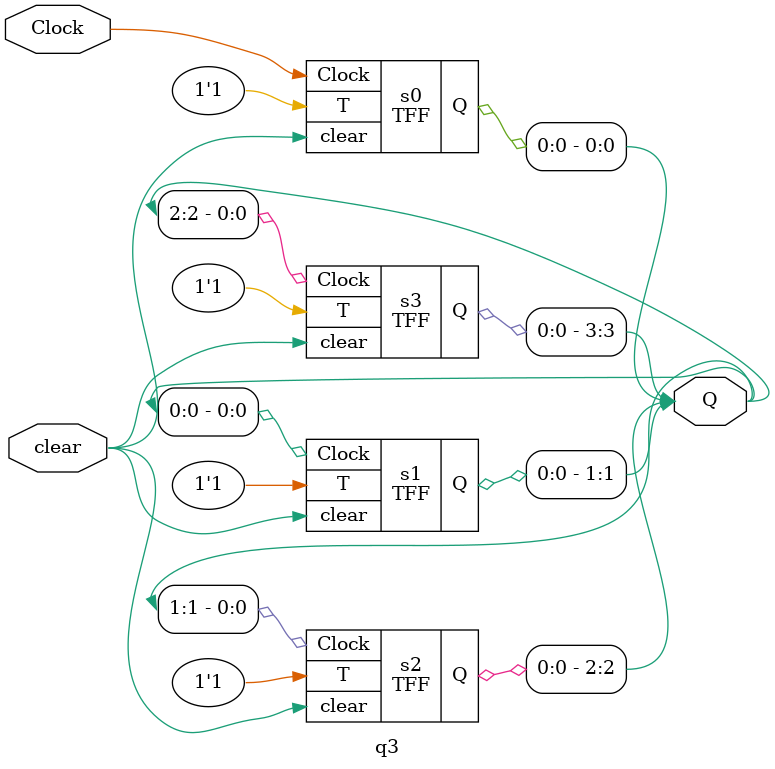
<source format=v>
module TFF(T,Clock,clear,Q);
input T,Clock,clear;
output reg Q;
always @(negedge Clock or negedge clear)
begin 
	if ( clear==0) Q<=0;
	else if ( T==1) Q<=~Q;
	else Q<=Q;
end
endmodule
module q3(Clock,clear,Q);
input Clock,clear;
output [3:0] Q;
TFF s0 (1'b1,Clock,clear,Q[0]); //(Q[0],1'b1',clear,Clock)
TFF s1 (1'b1,Q[0],clear,Q[1]); //
TFF s2 (1'b1,Q[1],clear,Q[2]);
TFF s3 (1'b1,Q[2],clear,Q[3]);
endmodule

</source>
